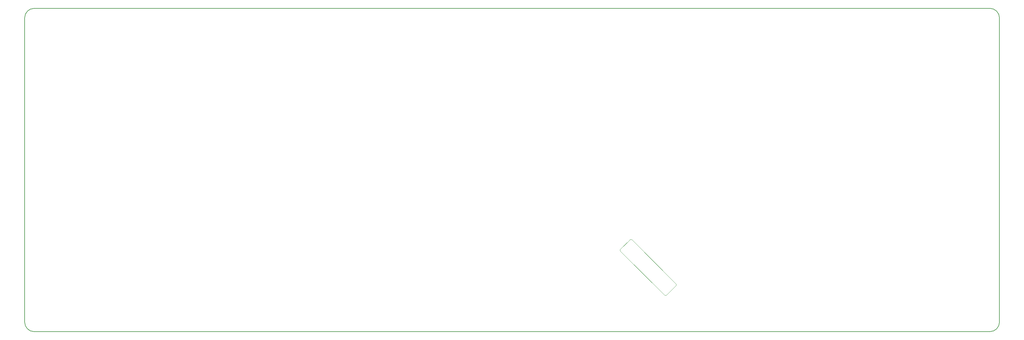
<source format=gm1>
%TF.GenerationSoftware,KiCad,Pcbnew,5.1.10*%
%TF.CreationDate,2021-06-02T20:37:26+02:00*%
%TF.ProjectId,ptm-60nrf,70746d2d-3630-46e7-9266-2e6b69636164,rev?*%
%TF.SameCoordinates,Original*%
%TF.FileFunction,Profile,NP*%
%FSLAX46Y46*%
G04 Gerber Fmt 4.6, Leading zero omitted, Abs format (unit mm)*
G04 Created by KiCad (PCBNEW 5.1.10) date 2021-06-02 20:37:26*
%MOMM*%
%LPD*%
G01*
G04 APERTURE LIST*
%TA.AperFunction,Profile*%
%ADD10C,0.050000*%
%TD*%
%TA.AperFunction,Profile*%
%ADD11C,0.150000*%
%TD*%
G04 APERTURE END LIST*
D10*
X209599999Y-99259999D02*
X206809999Y-102039999D01*
X196679999Y-85810001D02*
X209599999Y-98740001D01*
X193360001Y-88600001D02*
X196160001Y-85810001D01*
X206290001Y-102039999D02*
X193360001Y-89119999D01*
X206809999Y-102039999D02*
G75*
G02*
X206290001Y-102039999I-259999J259999D01*
G01*
X209599999Y-98740001D02*
G75*
G02*
X209599999Y-99259999I-259999J-259999D01*
G01*
X196160001Y-85810001D02*
G75*
G02*
X196679999Y-85810001I259999J-259999D01*
G01*
X193360001Y-89119999D02*
G75*
G02*
X193360001Y-88600001I259999J259999D01*
G01*
D11*
X304171000Y-20899000D02*
X304171000Y-109911000D01*
X301377000Y-18105000D02*
X21965000Y-18105000D01*
X21965000Y-112705000D02*
X301377000Y-112705000D01*
X19171000Y-20899000D02*
X19171000Y-109911000D01*
X21965000Y-112705000D02*
G75*
G02*
X19171000Y-109911000I0J2794000D01*
G01*
X19171000Y-20899000D02*
G75*
G02*
X21965000Y-18105000I2794000J0D01*
G01*
X301377000Y-18105000D02*
G75*
G02*
X304171000Y-20899000I0J-2794000D01*
G01*
X304171000Y-109911000D02*
G75*
G02*
X301377000Y-112705000I-2794000J0D01*
G01*
M02*

</source>
